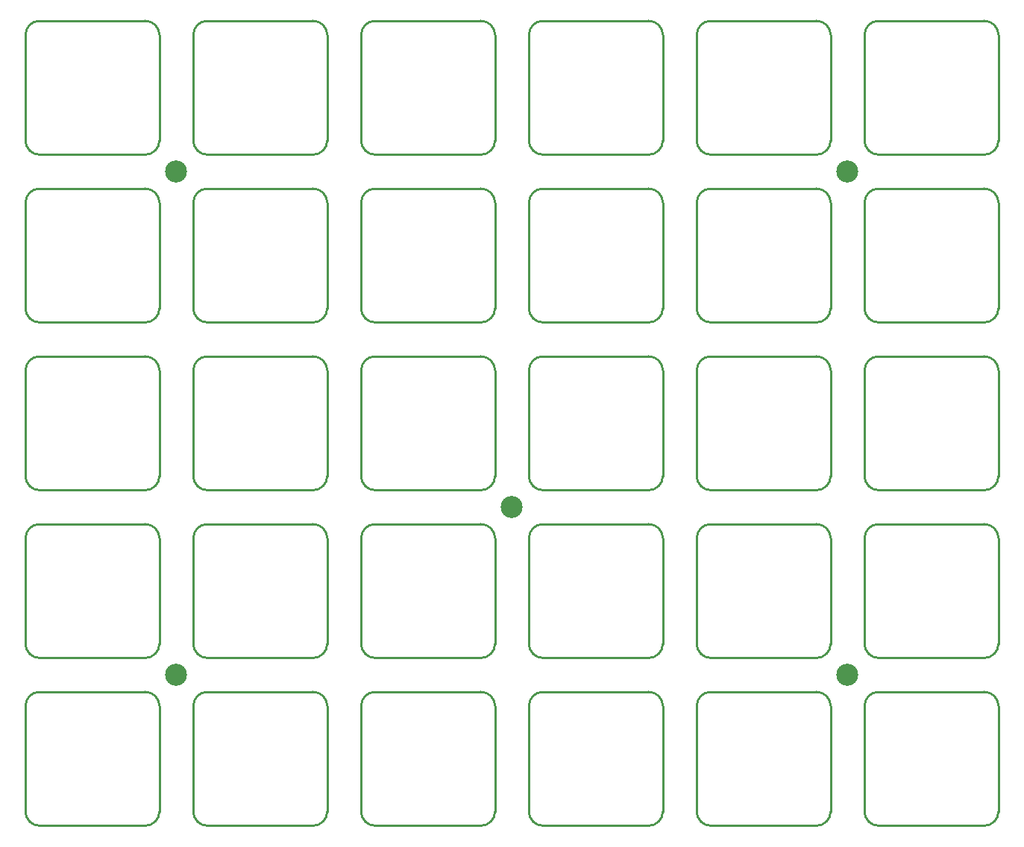
<source format=gbs>
%TF.GenerationSoftware,KiCad,Pcbnew,(6.0.5-0)*%
%TF.CreationDate,2022-06-21T10:59:48+08:00*%
%TF.ProjectId,Plate,506c6174-652e-46b6-9963-61645f706362,rev?*%
%TF.SameCoordinates,PX4bb2a98PY4bb2a98*%
%TF.FileFunction,Soldermask,Bot*%
%TF.FilePolarity,Negative*%
%FSLAX46Y46*%
G04 Gerber Fmt 4.6, Leading zero omitted, Abs format (unit mm)*
G04 Created by KiCad (PCBNEW (6.0.5-0)) date 2022-06-21 10:59:48*
%MOMM*%
%LPD*%
G01*
G04 APERTURE LIST*
%ADD10C,0.254000*%
%ADD11C,2.500000*%
G04 APERTURE END LIST*
D10*
X1925000Y-22575000D02*
X1925000Y-34575000D01*
X17125000Y-22575000D02*
X17125000Y-34575000D01*
X15525000Y-36175000D02*
X3525000Y-36175000D01*
X3525000Y-20975000D02*
X15525000Y-20975000D01*
X1925000Y-34575000D02*
G75*
G03*
X3525000Y-36175000I1599999J-1D01*
G01*
X15525001Y-36175001D02*
G75*
G03*
X17125001Y-34574999I9J1599991D01*
G01*
X3524999Y-20975001D02*
G75*
G03*
X1924999Y-22575001I-7J-1599993D01*
G01*
X17125001Y-22574999D02*
G75*
G03*
X15524999Y-20974999I-1600001J-1D01*
G01*
X-34575000Y-1925000D02*
X-22575000Y-1925000D01*
X-22575000Y-17125000D02*
X-34575000Y-17125000D01*
X-36175000Y-3525000D02*
X-36175000Y-15525000D01*
X-20975000Y-3525000D02*
X-20975000Y-15525000D01*
X-36175000Y-15525000D02*
G75*
G03*
X-34575000Y-17125000I1599999J-1D01*
G01*
X-22574999Y-17125001D02*
G75*
G03*
X-20974999Y-15524999I9J1599991D01*
G01*
X-20974999Y-3524999D02*
G75*
G03*
X-22575001Y-1924999I-1600001J-1D01*
G01*
X-34575001Y-1925001D02*
G75*
G03*
X-36175001Y-3525001I-7J-1599993D01*
G01*
X20975000Y34575000D02*
X20975000Y22575000D01*
X34575000Y20975000D02*
X22575000Y20975000D01*
X36175000Y34575000D02*
X36175000Y22575000D01*
X22575000Y36175000D02*
X34575000Y36175000D01*
X34575001Y20974999D02*
G75*
G03*
X36175001Y22575001I9J1599991D01*
G01*
X22574999Y36174999D02*
G75*
G03*
X20974999Y34574999I-7J-1599993D01*
G01*
X36175001Y34575001D02*
G75*
G03*
X34574999Y36175001I-1600001J-1D01*
G01*
X20975000Y22575000D02*
G75*
G03*
X22575000Y20975000I1599999J-1D01*
G01*
X-15525000Y55225000D02*
X-3525000Y55225000D01*
X-17125000Y53625000D02*
X-17125000Y41625000D01*
X-3525000Y40025000D02*
X-15525000Y40025000D01*
X-1925000Y53625000D02*
X-1925000Y41625000D01*
X-15525001Y55224999D02*
G75*
G03*
X-17125001Y53624999I-7J-1599993D01*
G01*
X-17125000Y41625000D02*
G75*
G03*
X-15525000Y40025000I1599999J-1D01*
G01*
X-1924999Y53625001D02*
G75*
G03*
X-3525001Y55225001I-1600001J-1D01*
G01*
X-3524999Y40024999D02*
G75*
G03*
X-1924999Y41625001I9J1599991D01*
G01*
X3525000Y55225000D02*
X15525000Y55225000D01*
X1925000Y53625000D02*
X1925000Y41625000D01*
X17125000Y53625000D02*
X17125000Y41625000D01*
X15525000Y40025000D02*
X3525000Y40025000D01*
X15525001Y40024999D02*
G75*
G03*
X17125001Y41625001I9J1599991D01*
G01*
X1925000Y41625000D02*
G75*
G03*
X3525000Y40025000I1599999J-1D01*
G01*
X17125001Y53625001D02*
G75*
G03*
X15524999Y55225001I-1600001J-1D01*
G01*
X3524999Y55224999D02*
G75*
G03*
X1924999Y53624999I-7J-1599993D01*
G01*
X-20975000Y15525000D02*
X-20975000Y3525000D01*
X-34575000Y17125000D02*
X-22575000Y17125000D01*
X-22575000Y1925000D02*
X-34575000Y1925000D01*
X-36175000Y15525000D02*
X-36175000Y3525000D01*
X-34575001Y17124999D02*
G75*
G03*
X-36175001Y15524999I-7J-1599993D01*
G01*
X-22574999Y1924999D02*
G75*
G03*
X-20974999Y3525001I9J1599991D01*
G01*
X-36175000Y3525000D02*
G75*
G03*
X-34575000Y1925000I1599999J-1D01*
G01*
X-20974999Y15525001D02*
G75*
G03*
X-22575001Y17125001I-1600001J-1D01*
G01*
X55225000Y-3525000D02*
X55225000Y-15525000D01*
X53625000Y-17125000D02*
X41625000Y-17125000D01*
X41625000Y-1925000D02*
X53625000Y-1925000D01*
X40025000Y-3525000D02*
X40025000Y-15525000D01*
X53625001Y-17125001D02*
G75*
G03*
X55225001Y-15524999I9J1599991D01*
G01*
X40025000Y-15525000D02*
G75*
G03*
X41625000Y-17125000I1599999J-1D01*
G01*
X41624999Y-1925001D02*
G75*
G03*
X40024999Y-3525001I-7J-1599993D01*
G01*
X55225001Y-3524999D02*
G75*
G03*
X53624999Y-1924999I-1600001J-1D01*
G01*
X-55225000Y34575000D02*
X-55225000Y22575000D01*
X-53625000Y36175000D02*
X-41625000Y36175000D01*
X-40025000Y34575000D02*
X-40025000Y22575000D01*
X-41625000Y20975000D02*
X-53625000Y20975000D01*
X-40024999Y34575001D02*
G75*
G03*
X-41625001Y36175001I-1600001J-1D01*
G01*
X-53625001Y36174999D02*
G75*
G03*
X-55225001Y34574999I-7J-1599993D01*
G01*
X-41624999Y20974999D02*
G75*
G03*
X-40024999Y22575001I9J1599991D01*
G01*
X-55225000Y22575000D02*
G75*
G03*
X-53625000Y20975000I1599999J-1D01*
G01*
X-17125000Y-22575000D02*
X-17125000Y-34575000D01*
X-15525000Y-20975000D02*
X-3525000Y-20975000D01*
X-3525000Y-36175000D02*
X-15525000Y-36175000D01*
X-1925000Y-22575000D02*
X-1925000Y-34575000D01*
X-3524999Y-36175001D02*
G75*
G03*
X-1924999Y-34574999I9J1599991D01*
G01*
X-15525001Y-20975001D02*
G75*
G03*
X-17125001Y-22575001I-7J-1599993D01*
G01*
X-1924999Y-22574999D02*
G75*
G03*
X-3525001Y-20974999I-1600001J-1D01*
G01*
X-17125000Y-34575000D02*
G75*
G03*
X-15525000Y-36175000I1599999J-1D01*
G01*
X36175000Y-3525000D02*
X36175000Y-15525000D01*
X34575000Y-17125000D02*
X22575000Y-17125000D01*
X22575000Y-1925000D02*
X34575000Y-1925000D01*
X20975000Y-3525000D02*
X20975000Y-15525000D01*
X34575001Y-17125001D02*
G75*
G03*
X36175001Y-15524999I9J1599991D01*
G01*
X20975000Y-15525000D02*
G75*
G03*
X22575000Y-17125000I1599999J-1D01*
G01*
X36175001Y-3524999D02*
G75*
G03*
X34574999Y-1924999I-1600001J-1D01*
G01*
X22574999Y-1925001D02*
G75*
G03*
X20974999Y-3525001I-7J-1599993D01*
G01*
X41625000Y17125000D02*
X53625000Y17125000D01*
X53625000Y1925000D02*
X41625000Y1925000D01*
X55225000Y15525000D02*
X55225000Y3525000D01*
X40025000Y15525000D02*
X40025000Y3525000D01*
X40025000Y3525000D02*
G75*
G03*
X41625000Y1925000I1599999J-1D01*
G01*
X41624999Y17124999D02*
G75*
G03*
X40024999Y15524999I-7J-1599993D01*
G01*
X53625001Y1924999D02*
G75*
G03*
X55225001Y3525001I9J1599991D01*
G01*
X55225001Y15525001D02*
G75*
G03*
X53624999Y17125001I-1600001J-1D01*
G01*
X34575000Y-36175000D02*
X22575000Y-36175000D01*
X20975000Y-22575000D02*
X20975000Y-34575000D01*
X36175000Y-22575000D02*
X36175000Y-34575000D01*
X22575000Y-20975000D02*
X34575000Y-20975000D01*
X36175001Y-22574999D02*
G75*
G03*
X34574999Y-20974999I-1600001J-1D01*
G01*
X22574999Y-20975001D02*
G75*
G03*
X20974999Y-22575001I-7J-1599993D01*
G01*
X20975000Y-34575000D02*
G75*
G03*
X22575000Y-36175000I1599999J-1D01*
G01*
X34575001Y-36175001D02*
G75*
G03*
X36175001Y-34574999I9J1599991D01*
G01*
X-1925000Y34575000D02*
X-1925000Y22575000D01*
X-17125000Y34575000D02*
X-17125000Y22575000D01*
X-15525000Y36175000D02*
X-3525000Y36175000D01*
X-3525000Y20975000D02*
X-15525000Y20975000D01*
X-15525001Y36174999D02*
G75*
G03*
X-17125001Y34574999I-7J-1599993D01*
G01*
X-3524999Y20974999D02*
G75*
G03*
X-1924999Y22575001I9J1599991D01*
G01*
X-1924999Y34575001D02*
G75*
G03*
X-3525001Y36175001I-1600001J-1D01*
G01*
X-17125000Y22575000D02*
G75*
G03*
X-15525000Y20975000I1599999J-1D01*
G01*
X34575000Y40025000D02*
X22575000Y40025000D01*
X22575000Y55225000D02*
X34575000Y55225000D01*
X36175000Y53625000D02*
X36175000Y41625000D01*
X20975000Y53625000D02*
X20975000Y41625000D01*
X36175001Y53625001D02*
G75*
G03*
X34574999Y55225001I-1600001J-1D01*
G01*
X34575001Y40024999D02*
G75*
G03*
X36175001Y41625001I9J1599991D01*
G01*
X20975000Y41625000D02*
G75*
G03*
X22575000Y40025000I1599999J-1D01*
G01*
X22574999Y55224999D02*
G75*
G03*
X20974999Y53624999I-7J-1599993D01*
G01*
X-3525000Y-17125000D02*
X-15525000Y-17125000D01*
X-1925000Y-3525000D02*
X-1925000Y-15525000D01*
X-15525000Y-1925000D02*
X-3525000Y-1925000D01*
X-17125000Y-3525000D02*
X-17125000Y-15525000D01*
X-1924999Y-3524999D02*
G75*
G03*
X-3525001Y-1924999I-1600001J-1D01*
G01*
X-17125000Y-15525000D02*
G75*
G03*
X-15525000Y-17125000I1599999J-1D01*
G01*
X-3524999Y-17125001D02*
G75*
G03*
X-1924999Y-15524999I9J1599991D01*
G01*
X-15525001Y-1925001D02*
G75*
G03*
X-17125001Y-3525001I-7J-1599993D01*
G01*
X40025000Y-22575000D02*
X40025000Y-34575000D01*
X53625000Y-36175000D02*
X41625000Y-36175000D01*
X55225000Y-22575000D02*
X55225000Y-34575000D01*
X41625000Y-20975000D02*
X53625000Y-20975000D01*
X40025000Y-34575000D02*
G75*
G03*
X41625000Y-36175000I1599999J-1D01*
G01*
X55225001Y-22574999D02*
G75*
G03*
X53624999Y-20974999I-1600001J-1D01*
G01*
X53625001Y-36175001D02*
G75*
G03*
X55225001Y-34574999I9J1599991D01*
G01*
X41624999Y-20975001D02*
G75*
G03*
X40024999Y-22575001I-7J-1599993D01*
G01*
X40025000Y53625000D02*
X40025000Y41625000D01*
X55225000Y53625000D02*
X55225000Y41625000D01*
X53625000Y40025000D02*
X41625000Y40025000D01*
X41625000Y55225000D02*
X53625000Y55225000D01*
X41624999Y55224999D02*
G75*
G03*
X40024999Y53624999I-7J-1599993D01*
G01*
X53625001Y40024999D02*
G75*
G03*
X55225001Y41625001I9J1599991D01*
G01*
X40025000Y41625000D02*
G75*
G03*
X41625000Y40025000I1599999J-1D01*
G01*
X55225001Y53625001D02*
G75*
G03*
X53624999Y55225001I-1600001J-1D01*
G01*
X20975000Y15525000D02*
X20975000Y3525000D01*
X36175000Y15525000D02*
X36175000Y3525000D01*
X22575000Y17125000D02*
X34575000Y17125000D01*
X34575000Y1925000D02*
X22575000Y1925000D01*
X36175001Y15525001D02*
G75*
G03*
X34574999Y17125001I-1600001J-1D01*
G01*
X22574999Y17124999D02*
G75*
G03*
X20974999Y15524999I-7J-1599993D01*
G01*
X34575001Y1924999D02*
G75*
G03*
X36175001Y3525001I9J1599991D01*
G01*
X20975000Y3525000D02*
G75*
G03*
X22575000Y1925000I1599999J-1D01*
G01*
X-40025000Y15525000D02*
X-40025000Y3525000D01*
X-41625000Y1925000D02*
X-53625000Y1925000D01*
X-53625000Y17125000D02*
X-41625000Y17125000D01*
X-55225000Y15525000D02*
X-55225000Y3525000D01*
X-40024999Y15525001D02*
G75*
G03*
X-41625001Y17125001I-1600001J-1D01*
G01*
X-55225000Y3525000D02*
G75*
G03*
X-53625000Y1925000I1599999J-1D01*
G01*
X-41624999Y1924999D02*
G75*
G03*
X-40024999Y3525001I9J1599991D01*
G01*
X-53625001Y17124999D02*
G75*
G03*
X-55225001Y15524999I-7J-1599993D01*
G01*
X15525000Y1925000D02*
X3525000Y1925000D01*
X1925000Y15525000D02*
X1925000Y3525000D01*
X3525000Y17125000D02*
X15525000Y17125000D01*
X17125000Y15525000D02*
X17125000Y3525000D01*
X3524999Y17124999D02*
G75*
G03*
X1924999Y15524999I-7J-1599993D01*
G01*
X15525001Y1924999D02*
G75*
G03*
X17125001Y3525001I9J1599991D01*
G01*
X1925000Y3525000D02*
G75*
G03*
X3525000Y1925000I1599999J-1D01*
G01*
X17125001Y15525001D02*
G75*
G03*
X15524999Y17125001I-1600001J-1D01*
G01*
X55225000Y34575000D02*
X55225000Y22575000D01*
X53625000Y20975000D02*
X41625000Y20975000D01*
X41625000Y36175000D02*
X53625000Y36175000D01*
X40025000Y34575000D02*
X40025000Y22575000D01*
X53625001Y20974999D02*
G75*
G03*
X55225001Y22575001I9J1599991D01*
G01*
X40025000Y22575000D02*
G75*
G03*
X41625000Y20975000I1599999J-1D01*
G01*
X41624999Y36174999D02*
G75*
G03*
X40024999Y34574999I-7J-1599993D01*
G01*
X55225001Y34575001D02*
G75*
G03*
X53624999Y36175001I-1600001J-1D01*
G01*
X-15525000Y17125000D02*
X-3525000Y17125000D01*
X-3525000Y1925000D02*
X-15525000Y1925000D01*
X-1925000Y15525000D02*
X-1925000Y3525000D01*
X-17125000Y15525000D02*
X-17125000Y3525000D01*
X-1924999Y15525001D02*
G75*
G03*
X-3525001Y17125001I-1600001J-1D01*
G01*
X-15525001Y17124999D02*
G75*
G03*
X-17125001Y15524999I-7J-1599993D01*
G01*
X-3524999Y1924999D02*
G75*
G03*
X-1924999Y3525001I9J1599991D01*
G01*
X-17125000Y3525000D02*
G75*
G03*
X-15525000Y1925000I1599999J-1D01*
G01*
X-36175000Y34575000D02*
X-36175000Y22575000D01*
X-20975000Y34575000D02*
X-20975000Y22575000D01*
X-34575000Y36175000D02*
X-22575000Y36175000D01*
X-22575000Y20975000D02*
X-34575000Y20975000D01*
X-34575001Y36174999D02*
G75*
G03*
X-36175001Y34574999I-7J-1599993D01*
G01*
X-20974999Y34575001D02*
G75*
G03*
X-22575001Y36175001I-1600001J-1D01*
G01*
X-36175000Y22575000D02*
G75*
G03*
X-34575000Y20975000I1599999J-1D01*
G01*
X-22574999Y20974999D02*
G75*
G03*
X-20974999Y22575001I9J1599991D01*
G01*
X17125000Y-3525000D02*
X17125000Y-15525000D01*
X15525000Y-17125000D02*
X3525000Y-17125000D01*
X1925000Y-3525000D02*
X1925000Y-15525000D01*
X3525000Y-1925000D02*
X15525000Y-1925000D01*
X3524999Y-1925001D02*
G75*
G03*
X1924999Y-3525001I-7J-1599993D01*
G01*
X1925000Y-15525000D02*
G75*
G03*
X3525000Y-17125000I1599999J-1D01*
G01*
X15525001Y-17125001D02*
G75*
G03*
X17125001Y-15524999I9J1599991D01*
G01*
X17125001Y-3524999D02*
G75*
G03*
X15524999Y-1924999I-1600001J-1D01*
G01*
X3525000Y36175000D02*
X15525000Y36175000D01*
X17125000Y34575000D02*
X17125000Y22575000D01*
X15525000Y20975000D02*
X3525000Y20975000D01*
X1925000Y34575000D02*
X1925000Y22575000D01*
X17125001Y34575001D02*
G75*
G03*
X15524999Y36175001I-1600001J-1D01*
G01*
X15525001Y20974999D02*
G75*
G03*
X17125001Y22575001I9J1599991D01*
G01*
X3524999Y36174999D02*
G75*
G03*
X1924999Y34574999I-7J-1599993D01*
G01*
X1925000Y22575000D02*
G75*
G03*
X3525000Y20975000I1599999J-1D01*
G01*
X-22575000Y40025000D02*
X-34575000Y40025000D01*
X-36175000Y53625000D02*
X-36175000Y41625000D01*
X-20975000Y53625000D02*
X-20975000Y41625000D01*
X-34575000Y55225000D02*
X-22575000Y55225000D01*
X-22574999Y40024999D02*
G75*
G03*
X-20974999Y41625001I9J1599991D01*
G01*
X-34575001Y55224999D02*
G75*
G03*
X-36175001Y53624999I-7J-1599993D01*
G01*
X-20974999Y53625001D02*
G75*
G03*
X-22575001Y55225001I-1600001J-1D01*
G01*
X-36175000Y41625000D02*
G75*
G03*
X-34575000Y40025000I1599999J-1D01*
G01*
X-41625000Y40025000D02*
X-53625000Y40025000D01*
X-53625000Y55225000D02*
X-41625000Y55225000D01*
X-40025000Y53625000D02*
X-40025000Y41625000D01*
X-55225000Y53625000D02*
X-55225000Y41625000D01*
X-53625001Y55224999D02*
G75*
G03*
X-55225001Y53624999I-7J-1599993D01*
G01*
X-40024999Y53625001D02*
G75*
G03*
X-41625001Y55225001I-1600001J-1D01*
G01*
X-55225000Y41625000D02*
G75*
G03*
X-53625000Y40025000I1599999J-1D01*
G01*
X-41624999Y40024999D02*
G75*
G03*
X-40024999Y41625001I9J1599991D01*
G01*
X-53625000Y-1925000D02*
X-41625000Y-1925000D01*
X-40025000Y-3525000D02*
X-40025000Y-15525000D01*
X-55225000Y-3525000D02*
X-55225000Y-15525000D01*
X-41625000Y-17125000D02*
X-53625000Y-17125000D01*
X-40024999Y-3524999D02*
G75*
G03*
X-41625001Y-1924999I-1600001J-1D01*
G01*
X-53625001Y-1925001D02*
G75*
G03*
X-55225001Y-3525001I-7J-1599993D01*
G01*
X-55225000Y-15525000D02*
G75*
G03*
X-53625000Y-17125000I1599999J-1D01*
G01*
X-41624999Y-17125001D02*
G75*
G03*
X-40024999Y-15524999I9J1599991D01*
G01*
X-55225000Y-22575000D02*
X-55225000Y-34575000D01*
X-40025000Y-22575000D02*
X-40025000Y-34575000D01*
X-41625000Y-36175000D02*
X-53625000Y-36175000D01*
X-53625000Y-20975000D02*
X-41625000Y-20975000D01*
X-55225000Y-34575000D02*
G75*
G03*
X-53625000Y-36175000I1599999J-1D01*
G01*
X-41624999Y-36175001D02*
G75*
G03*
X-40024999Y-34574999I9J1599991D01*
G01*
X-40024999Y-22574999D02*
G75*
G03*
X-41625001Y-20974999I-1600001J-1D01*
G01*
X-53625001Y-20975001D02*
G75*
G03*
X-55225001Y-22575001I-7J-1599993D01*
G01*
X-34575000Y-20975000D02*
X-22575000Y-20975000D01*
X-36175000Y-22575000D02*
X-36175000Y-34575000D01*
X-22575000Y-36175000D02*
X-34575000Y-36175000D01*
X-20975000Y-22575000D02*
X-20975000Y-34575000D01*
X-20974999Y-22574999D02*
G75*
G03*
X-22575001Y-20974999I-1600001J-1D01*
G01*
X-22574999Y-36175001D02*
G75*
G03*
X-20974999Y-34574999I9J1599991D01*
G01*
X-36175000Y-34575000D02*
G75*
G03*
X-34575000Y-36175000I1599999J-1D01*
G01*
X-34575001Y-20975001D02*
G75*
G03*
X-36175001Y-22575001I-7J-1599993D01*
G01*
D11*
X38100000Y-19050000D03*
X0Y0D03*
X38100000Y38100000D03*
X-38100000Y-19050000D03*
X-38100000Y38100000D03*
M02*

</source>
